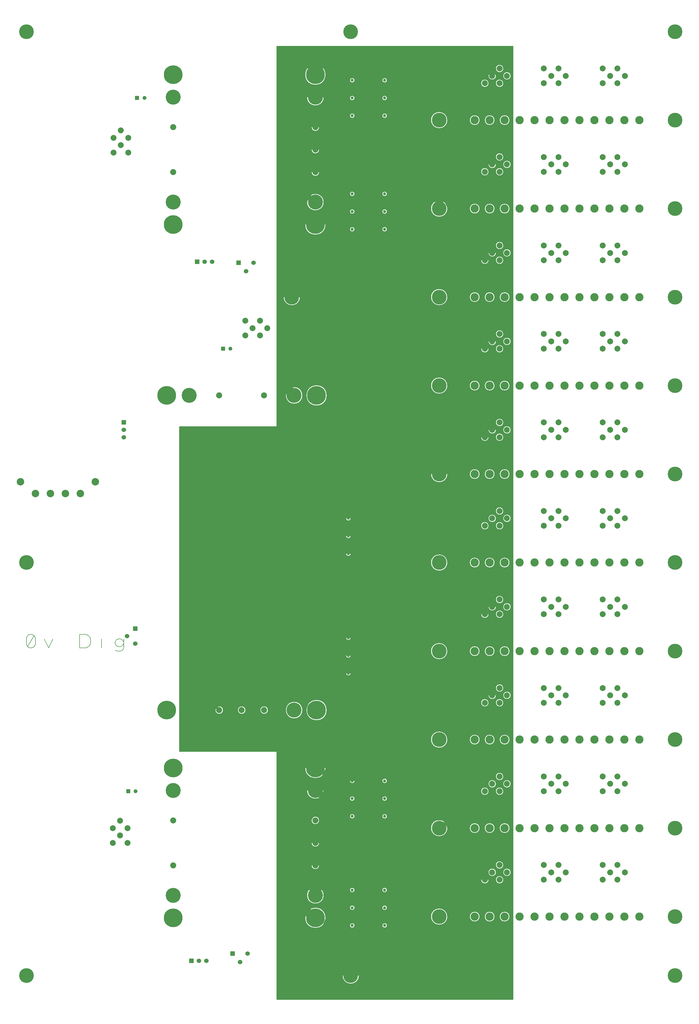
<source format=gbr>
%FSLAX23Y23*%
%MOIN*%
G04 EasyPC Gerber Version 18.0.6 Build 3620 *
%ADD20R,0.05200X0.05200*%
%ADD90R,0.06000X0.06000*%
%ADD16C,0.00500*%
%ADD10C,0.01200*%
%ADD27C,0.04000*%
%ADD21C,0.05200*%
%ADD88C,0.05906*%
%ADD91C,0.06000*%
%ADD23C,0.07874*%
%ADD18C,0.08000*%
%ADD15C,0.10000*%
%ADD96C,0.11000*%
%ADD17C,0.19685*%
%ADD19C,0.20000*%
%ADD89C,0.25000*%
X0Y0D02*
D02*
D10*
X6896Y12801D02*
X3746D01*
Y7723*
X2447*
Y3392*
X3746*
Y85*
X6896*
Y12801*
X2974Y3999D02*
G75*
G02Y3887J-56D01*
G01*
G75*
G02Y3999J56*
G01*
X3274D02*
G75*
G02Y3887J-56D01*
G01*
G75*
G02Y3999J56*
G01*
X3574D02*
G75*
G02Y3887J-56D01*
G01*
G75*
G02Y3999J56*
G01*
X3829Y9455D02*
G75*
G02X4057I114D01*
G01*
G75*
G02X3829I-114*
G01*
X3974Y4059D02*
G75*
G02Y3827J-116D01*
G01*
G75*
G02Y4059J116*
G01*
Y8259D02*
G75*
G02Y8027J-116D01*
G01*
G75*
G02Y8259J116*
G01*
X4117Y1171D02*
G75*
G02X4399I141D01*
G01*
G75*
G02X4117I-141*
G01*
Y3171D02*
G75*
G02X4399I141D01*
G01*
G75*
G02X4117I-141*
G01*
Y10423D02*
G75*
G02X4399I141D01*
G01*
G75*
G02X4117I-141*
G01*
Y12423D02*
G75*
G02X4399I141D01*
G01*
G75*
G02X4117I-141*
G01*
X4142Y1471D02*
G75*
G02X4374I116D01*
G01*
G75*
G02X4142I-116*
G01*
Y2871D02*
G75*
G02X4374I116D01*
G01*
G75*
G02X4142I-116*
G01*
Y10723D02*
G75*
G02X4374I116D01*
G01*
G75*
G02X4142I-116*
G01*
Y12123D02*
G75*
G02X4374I116D01*
G01*
G75*
G02X4142I-116*
G01*
X4202Y1871D02*
G75*
G02X4314I56D01*
G01*
G75*
G02X4202I-56*
G01*
Y2171D02*
G75*
G02X4314I56D01*
G01*
G75*
G02X4202I-56*
G01*
Y2471D02*
G75*
G02X4314I56D01*
G01*
G75*
G02X4202I-56*
G01*
Y11123D02*
G75*
G02X4314I56D01*
G01*
G75*
G02X4202I-56*
G01*
Y11423D02*
G75*
G02X4314I56D01*
G01*
G75*
G02X4202I-56*
G01*
Y11723D02*
G75*
G02X4314I56D01*
G01*
G75*
G02X4202I-56*
G01*
X4274Y4084D02*
G75*
G02Y3802J-141D01*
G01*
G75*
G02Y4084J141*
G01*
Y8284D02*
G75*
G02Y8002J-141D01*
G01*
G75*
G02Y8284J141*
G01*
X4616Y400D02*
G75*
G02X4845I114D01*
G01*
G75*
G02X4616I-114*
G01*
X4663Y4435D02*
G75*
G02X4735I36D01*
G01*
G75*
G02X4663I-36*
G01*
Y4671D02*
G75*
G02X4735I36D01*
G01*
G75*
G02X4663I-36*
G01*
Y4908D02*
G75*
G02X4735I36D01*
G01*
G75*
G02X4663I-36*
G01*
Y6030D02*
G75*
G02X4735I36D01*
G01*
G75*
G02X4663I-36*
G01*
Y6266D02*
G75*
G02X4735I36D01*
G01*
G75*
G02X4663I-36*
G01*
Y6502D02*
G75*
G02X4735I36D01*
G01*
G75*
G02X4663I-36*
G01*
X4714Y1069D02*
G75*
G02X4786I36D01*
G01*
G75*
G02X4714I-36*
G01*
Y1305D02*
G75*
G02X4786I36D01*
G01*
G75*
G02X4714I-36*
G01*
Y1541D02*
G75*
G02X4786I36D01*
G01*
G75*
G02X4714I-36*
G01*
Y2526D02*
G75*
G02X4786I36D01*
G01*
G75*
G02X4714I-36*
G01*
Y2762D02*
G75*
G02X4786I36D01*
G01*
G75*
G02X4714I-36*
G01*
Y2998D02*
G75*
G02X4786I36D01*
G01*
G75*
G02X4714I-36*
G01*
Y10360D02*
G75*
G02X4786I36D01*
G01*
G75*
G02X4714I-36*
G01*
Y10597D02*
G75*
G02X4786I36D01*
G01*
G75*
G02X4714I-36*
G01*
Y10833D02*
G75*
G02X4786I36D01*
G01*
G75*
G02X4714I-36*
G01*
Y11876D02*
G75*
G02X4786I36D01*
G01*
G75*
G02X4714I-36*
G01*
Y12112D02*
G75*
G02X4786I36D01*
G01*
G75*
G02X4714I-36*
G01*
Y12349D02*
G75*
G02X4786I36D01*
G01*
G75*
G02X4714I-36*
G01*
X5147Y1069D02*
G75*
G02X5219I36D01*
G01*
G75*
G02X5147I-36*
G01*
Y1305D02*
G75*
G02X5219I36D01*
G01*
G75*
G02X5147I-36*
G01*
Y1541D02*
G75*
G02X5219I36D01*
G01*
G75*
G02X5147I-36*
G01*
Y2526D02*
G75*
G02X5219I36D01*
G01*
G75*
G02X5147I-36*
G01*
Y2762D02*
G75*
G02X5219I36D01*
G01*
G75*
G02X5147I-36*
G01*
Y2998D02*
G75*
G02X5219I36D01*
G01*
G75*
G02X5147I-36*
G01*
Y10360D02*
G75*
G02X5219I36D01*
G01*
G75*
G02X5147I-36*
G01*
Y10597D02*
G75*
G02X5219I36D01*
G01*
G75*
G02X5147I-36*
G01*
Y10833D02*
G75*
G02X5219I36D01*
G01*
G75*
G02X5147I-36*
G01*
Y11876D02*
G75*
G02X5219I36D01*
G01*
G75*
G02X5147I-36*
G01*
Y12112D02*
G75*
G02X5219I36D01*
G01*
G75*
G02X5147I-36*
G01*
Y12349D02*
G75*
G02X5219I36D01*
G01*
G75*
G02X5147I-36*
G01*
X5797Y1187D02*
G75*
G02X6026I114D01*
G01*
G75*
G02X5797I-114*
G01*
Y2368D02*
G75*
G02X6026I114D01*
G01*
G75*
G02X5797I-114*
G01*
Y3549D02*
G75*
G02X6026I114D01*
G01*
G75*
G02X5797I-114*
G01*
Y4730D02*
G75*
G02X6026I114D01*
G01*
G75*
G02X5797I-114*
G01*
Y5912D02*
G75*
G02X6026I114D01*
G01*
G75*
G02X5797I-114*
G01*
Y7093D02*
G75*
G02X6026I114D01*
G01*
G75*
G02X5797I-114*
G01*
Y8274D02*
G75*
G02X6026I114D01*
G01*
G75*
G02X5797I-114*
G01*
Y9455D02*
G75*
G02X6026I114D01*
G01*
G75*
G02X5797I-114*
G01*
Y10636D02*
G75*
G02X6026I114D01*
G01*
G75*
G02X5797I-114*
G01*
Y11817D02*
G75*
G02X6026I114D01*
G01*
G75*
G02X5797I-114*
G01*
X6386Y1116D02*
G75*
G02Y1258J71D01*
G01*
G75*
G02Y1116J-71*
G01*
Y2297D02*
G75*
G02Y2439J71D01*
G01*
G75*
G02Y2297J-71*
G01*
Y3478D02*
G75*
G02Y3620J71D01*
G01*
G75*
G02Y3478J-71*
G01*
Y4659D02*
G75*
G02Y4801J71D01*
G01*
G75*
G02Y4659J-71*
G01*
Y5841D02*
G75*
G02Y5983J71D01*
G01*
G75*
G02Y5841J-71*
G01*
Y7022D02*
G75*
G02Y7164J71D01*
G01*
G75*
G02Y7022J-71*
G01*
Y8203D02*
G75*
G02Y8345J71D01*
G01*
G75*
G02Y8203J-71*
G01*
Y9384D02*
G75*
G02Y9526J71D01*
G01*
G75*
G02Y9384J-71*
G01*
Y10565D02*
G75*
G02Y10707J71D01*
G01*
G75*
G02Y10565J-71*
G01*
Y11746D02*
G75*
G02Y11888J71D01*
G01*
G75*
G02Y11746J-71*
G01*
X6466Y1679D02*
G75*
G02X6577I55D01*
G01*
G75*
G02X6466I-55*
G01*
Y2860D02*
G75*
G02X6577I55D01*
G01*
G75*
G02X6466I-55*
G01*
Y4041D02*
G75*
G02X6577I55D01*
G01*
G75*
G02X6466I-55*
G01*
Y5223D02*
G75*
G02X6577I55D01*
G01*
G75*
G02X6466I-55*
G01*
Y6404D02*
G75*
G02X6577I55D01*
G01*
G75*
G02X6466I-55*
G01*
Y7585D02*
G75*
G02X6577I55D01*
G01*
G75*
G02X6466I-55*
G01*
Y8766D02*
G75*
G02X6577I55D01*
G01*
G75*
G02X6466I-55*
G01*
Y9947D02*
G75*
G02X6577I55D01*
G01*
G75*
G02X6466I-55*
G01*
Y11128D02*
G75*
G02X6577I55D01*
G01*
G75*
G02X6466I-55*
G01*
Y12309D02*
G75*
G02X6577I55D01*
G01*
G75*
G02X6466I-55*
G01*
X6565Y1778D02*
G75*
G02X6676I55D01*
G01*
G75*
G02X6565I-55*
G01*
Y2959D02*
G75*
G02X6676I55D01*
G01*
G75*
G02X6565I-55*
G01*
Y4140D02*
G75*
G02X6676I55D01*
G01*
G75*
G02X6565I-55*
G01*
Y5321D02*
G75*
G02X6676I55D01*
G01*
G75*
G02X6565I-55*
G01*
Y6502D02*
G75*
G02X6676I55D01*
G01*
G75*
G02X6565I-55*
G01*
Y7683D02*
G75*
G02X6676I55D01*
G01*
G75*
G02X6565I-55*
G01*
Y8864D02*
G75*
G02X6676I55D01*
G01*
G75*
G02X6565I-55*
G01*
Y10045D02*
G75*
G02X6676I55D01*
G01*
G75*
G02X6565I-55*
G01*
Y11226D02*
G75*
G02X6676I55D01*
G01*
G75*
G02X6565I-55*
G01*
Y12408D02*
G75*
G02X6676I55D01*
G01*
G75*
G02X6565I-55*
G01*
X6586Y1116D02*
G75*
G02Y1258J71D01*
G01*
G75*
G02Y1116J-71*
G01*
Y2297D02*
G75*
G02Y2439J71D01*
G01*
G75*
G02Y2297J-71*
G01*
Y3478D02*
G75*
G02Y3620J71D01*
G01*
G75*
G02Y3478J-71*
G01*
Y4659D02*
G75*
G02Y4801J71D01*
G01*
G75*
G02Y4659J-71*
G01*
Y5841D02*
G75*
G02Y5983J71D01*
G01*
G75*
G02Y5841J-71*
G01*
Y7022D02*
G75*
G02Y7164J71D01*
G01*
G75*
G02Y7022J-71*
G01*
Y8203D02*
G75*
G02Y8345J71D01*
G01*
G75*
G02Y8203J-71*
G01*
Y9384D02*
G75*
G02Y9526J71D01*
G01*
G75*
G02Y9384J-71*
G01*
Y10565D02*
G75*
G02Y10707J71D01*
G01*
G75*
G02Y10565J-71*
G01*
Y11746D02*
G75*
G02Y11888J71D01*
G01*
G75*
G02Y11746J-71*
G01*
X6663Y1679D02*
G75*
G02X6774I55D01*
G01*
G75*
G02X6663I-55*
G01*
Y1876D02*
G75*
G02X6774I55D01*
G01*
G75*
G02X6663I-55*
G01*
Y2860D02*
G75*
G02X6774I55D01*
G01*
G75*
G02X6663I-55*
G01*
Y3057D02*
G75*
G02X6774I55D01*
G01*
G75*
G02X6663I-55*
G01*
Y4041D02*
G75*
G02X6774I55D01*
G01*
G75*
G02X6663I-55*
G01*
Y4238D02*
G75*
G02X6774I55D01*
G01*
G75*
G02X6663I-55*
G01*
Y5223D02*
G75*
G02X6774I55D01*
G01*
G75*
G02X6663I-55*
G01*
Y5419D02*
G75*
G02X6774I55D01*
G01*
G75*
G02X6663I-55*
G01*
Y6404D02*
G75*
G02X6774I55D01*
G01*
G75*
G02X6663I-55*
G01*
Y6600D02*
G75*
G02X6774I55D01*
G01*
G75*
G02X6663I-55*
G01*
Y7585D02*
G75*
G02X6774I55D01*
G01*
G75*
G02X6663I-55*
G01*
Y7782D02*
G75*
G02X6774I55D01*
G01*
G75*
G02X6663I-55*
G01*
Y8766D02*
G75*
G02X6774I55D01*
G01*
G75*
G02X6663I-55*
G01*
Y8963D02*
G75*
G02X6774I55D01*
G01*
G75*
G02X6663I-55*
G01*
Y9947D02*
G75*
G02X6774I55D01*
G01*
G75*
G02X6663I-55*
G01*
Y10144D02*
G75*
G02X6774I55D01*
G01*
G75*
G02X6663I-55*
G01*
Y11128D02*
G75*
G02X6774I55D01*
G01*
G75*
G02X6663I-55*
G01*
Y11325D02*
G75*
G02X6774I55D01*
G01*
G75*
G02X6663I-55*
G01*
Y12309D02*
G75*
G02X6774I55D01*
G01*
G75*
G02X6663I-55*
G01*
Y12506D02*
G75*
G02X6774I55D01*
G01*
G75*
G02X6663I-55*
G01*
X6762Y1778D02*
G75*
G02X6872I55D01*
G01*
G75*
G02X6762I-55*
G01*
Y2959D02*
G75*
G02X6872I55D01*
G01*
G75*
G02X6762I-55*
G01*
Y4140D02*
G75*
G02X6872I55D01*
G01*
G75*
G02X6762I-55*
G01*
Y5321D02*
G75*
G02X6872I55D01*
G01*
G75*
G02X6762I-55*
G01*
Y6502D02*
G75*
G02X6872I55D01*
G01*
G75*
G02X6762I-55*
G01*
Y7683D02*
G75*
G02X6872I55D01*
G01*
G75*
G02X6762I-55*
G01*
Y8864D02*
G75*
G02X6872I55D01*
G01*
G75*
G02X6762I-55*
G01*
Y10045D02*
G75*
G02X6872I55D01*
G01*
G75*
G02X6762I-55*
G01*
Y11226D02*
G75*
G02X6872I55D01*
G01*
G75*
G02X6762I-55*
G01*
Y12408D02*
G75*
G02X6872I55D01*
G01*
G75*
G02X6762I-55*
G01*
X6786Y1116D02*
G75*
G02Y1258J71D01*
G01*
G75*
G02Y1116J-71*
G01*
Y2297D02*
G75*
G02Y2439J71D01*
G01*
G75*
G02Y2297J-71*
G01*
Y3478D02*
G75*
G02Y3620J71D01*
G01*
G75*
G02Y3478J-71*
G01*
Y4659D02*
G75*
G02Y4801J71D01*
G01*
G75*
G02Y4659J-71*
G01*
Y5841D02*
G75*
G02Y5983J71D01*
G01*
G75*
G02Y5841J-71*
G01*
Y7022D02*
G75*
G02Y7164J71D01*
G01*
G75*
G02Y7022J-71*
G01*
Y8203D02*
G75*
G02Y8345J71D01*
G01*
G75*
G02Y8203J-71*
G01*
Y9384D02*
G75*
G02Y9526J71D01*
G01*
G75*
G02Y9384J-71*
G01*
Y10565D02*
G75*
G02Y10707J71D01*
G01*
G75*
G02Y10565J-71*
G01*
Y11746D02*
G75*
G02Y11888J71D01*
G01*
G75*
G02Y11746J-71*
G01*
X2447Y3943D02*
G36*
Y3549D01*
X5797*
G75*
G02X6026I114*
G01*
X6315*
G75*
G02X6386Y3620I71*
G01*
G75*
G02X6457Y3549J-71*
G01*
X6515*
G75*
G02X6586Y3620I71*
G01*
G75*
G02X6657Y3549J-71*
G01*
X6715*
G75*
G02X6786Y3620I71*
G01*
G75*
G02X6857Y3549J-71*
G01*
X6896*
Y3943*
X4415*
G75*
G02X4274Y3802I-141*
G01*
G75*
G02X4133Y3943J141*
G01*
X4090*
G75*
G02X3974Y3827I-116*
G01*
G75*
G02X3858Y3943J116*
G01*
X3630*
G75*
G02X3574Y3887I-56*
G01*
G75*
G02X3518Y3943J56*
G01*
X3330*
G75*
G02X3274Y3887I-56*
G01*
G75*
G02X3218Y3943J56*
G01*
X3030*
G75*
G02X2974Y3887I-56*
G01*
G75*
G02X2918Y3943J56*
G01*
X2447*
G37*
X2918D02*
G36*
G75*
G02X2974Y3999I56D01*
G01*
G75*
G02X3030Y3943J-56*
G01*
X3218*
G75*
G02X3274Y3999I56*
G01*
G75*
G02X3330Y3943J-56*
G01*
X3518*
G75*
G02X3574Y3999I56*
G01*
G75*
G02X3630Y3943J-56*
G01*
X3858*
G75*
G02X3912Y4041I116*
G01*
X2447*
Y3943*
X2918*
G37*
X4133D02*
G36*
G75*
G02X4173Y4041I141J0D01*
G01*
X4035*
G75*
G02X4090Y3943I-61J-98*
G01*
X4133*
G37*
X6896D02*
G36*
Y4041D01*
X6774*
G75*
G02X6663I-55*
G01*
X6577*
G75*
G02X6466I-55*
G01*
X4375*
G75*
G02X4415Y3943I-101J-98*
G01*
X6896*
G37*
X3746Y9455D02*
G36*
Y8963D01*
X6663*
G75*
G02X6774I55*
G01*
X6896*
Y9455*
X6857*
G75*
G02X6786Y9384I-71*
G01*
G75*
G02X6715Y9455J71*
G01*
X6657*
G75*
G02X6586Y9384I-71*
G01*
G75*
G02X6515Y9455J71*
G01*
X6457*
G75*
G02X6386Y9384I-71*
G01*
G75*
G02X6315Y9455J71*
G01*
X6026*
G75*
G02X5797I-114*
G01*
X4057*
G75*
G02X3829I-114*
G01*
X3746*
G37*
X3829D02*
G36*
G75*
G02X4057I114D01*
G01*
X5797*
G75*
G02X6026I114*
G01*
X6315*
G75*
G02X6386Y9526I71*
G01*
G75*
G02X6457Y9455J-71*
G01*
X6515*
G75*
G02X6586Y9526I71*
G01*
G75*
G02X6657Y9455J-71*
G01*
X6715*
G75*
G02X6786Y9526I71*
G01*
G75*
G02X6857Y9455J-71*
G01*
X6896*
Y9947*
X6774*
G75*
G02X6663I-55*
G01*
X6577*
G75*
G02X6466I-55*
G01*
X3746*
Y9455*
X3829*
G37*
X3746Y8143D02*
G36*
Y7782D01*
X6663*
G75*
G02X6774I55*
G01*
X6896*
Y8143*
X4415*
G75*
G02X4274Y8002I-141*
G01*
G75*
G02X4133Y8143J141*
G01*
X4090*
G75*
G02X3974Y8027I-116*
G01*
G75*
G02X3858Y8143J116*
G01*
X3746*
G37*
X3858D02*
G36*
G75*
G02X3974Y8259I116D01*
G01*
G75*
G02X4090Y8143J-116*
G01*
X4133*
G75*
G02X4221Y8274I141*
G01*
X3746*
Y8143*
X3858*
G37*
X6896D02*
G36*
Y8274D01*
X6857*
G75*
G02X6786Y8203I-71*
G01*
G75*
G02X6715Y8274J71*
G01*
X6657*
G75*
G02X6586Y8203I-71*
G01*
G75*
G02X6515Y8274J71*
G01*
X6457*
G75*
G02X6386Y8203I-71*
G01*
G75*
G02X6315Y8274J71*
G01*
X6026*
G75*
G02X5797I-114*
G01*
X4327*
G75*
G02X4415Y8143I-53J-131*
G01*
X6896*
G37*
X3746Y1171D02*
G36*
Y1069D01*
X4161*
G75*
G02X4117Y1171I97J102*
G01*
X3746*
G37*
X4117D02*
G36*
G75*
G02X4214Y1305I141D01*
G01*
X3746*
Y1171*
X4117*
G37*
X4399D02*
G36*
G75*
G02X4355Y1069I-141D01*
G01*
X4714*
G75*
G02X4786I36*
G01*
X5147*
G75*
G02X5219I36*
G01*
X6896*
Y1171*
X6856*
G75*
G02X6786Y1116I-69J16*
G01*
G75*
G02X6717Y1171J71*
G01*
X6656*
G75*
G02X6586Y1116I-69J16*
G01*
G75*
G02X6517Y1171J71*
G01*
X6456*
G75*
G02X6386Y1116I-69J16*
G01*
G75*
G02X6317Y1171J71*
G01*
X6025*
G75*
G02X5798I-113J16*
G01*
X4399*
G37*
X5798D02*
G36*
G75*
G02X5797Y1187I113J16D01*
G01*
G75*
G02X6026I114*
G01*
G75*
G02X6025Y1171I-114J0*
G01*
X6317*
G75*
G02X6386Y1258I69J16*
G01*
G75*
G02X6456Y1171J-71*
G01*
X6517*
G75*
G02X6586Y1258I69J16*
G01*
G75*
G02X6656Y1171J-71*
G01*
X6717*
G75*
G02X6786Y1258I69J16*
G01*
G75*
G02X6856Y1171J-71*
G01*
X6896*
Y1305*
X5219*
G75*
G02X5147I-36*
G01*
X4786*
G75*
G02X4714I-36*
G01*
X4302*
G75*
G02X4399Y1171I-44J-134*
G01*
X5798*
G37*
X3746Y3171D02*
G36*
Y3057D01*
X4175*
G75*
G02X4117Y3171I83J114*
G01*
X3746*
G37*
X4117D02*
G36*
G75*
G02X4399I141D01*
G01*
X6896*
Y3549*
X6857*
G75*
G02X6786Y3478I-71*
G01*
G75*
G02X6715Y3549J71*
G01*
X6657*
G75*
G02X6586Y3478I-71*
G01*
G75*
G02X6515Y3549J71*
G01*
X6457*
G75*
G02X6386Y3478I-71*
G01*
G75*
G02X6315Y3549J71*
G01*
X6026*
G75*
G02X5797I-114*
G01*
X2447*
Y3392*
X3746*
Y3171*
X4117*
G37*
X4399D02*
G36*
G75*
G02X4341Y3057I-141D01*
G01*
X6663*
G75*
G02X6774I55*
G01*
X6896*
Y3171*
X4399*
G37*
X3746Y10423D02*
G36*
Y10360D01*
X4132*
G75*
G02X4117Y10423I126J63*
G01*
X3746*
G37*
X4117D02*
G36*
G75*
G02X4399I141D01*
G01*
X6896*
Y10597*
X6845*
G75*
G02X6786Y10565I-59J39*
G01*
G75*
G02X6727Y10597J71*
G01*
X6645*
G75*
G02X6586Y10565I-59J39*
G01*
G75*
G02X6527Y10597J71*
G01*
X6445*
G75*
G02X6386Y10565I-59J39*
G01*
G75*
G02X6327Y10597J71*
G01*
X6019*
G75*
G02X5804I-107J39*
G01*
X5219*
G75*
G02X5147I-36*
G01*
X4786*
G75*
G02X4714I-36*
G01*
X3746*
Y10423*
X4117*
G37*
X4399D02*
G36*
G75*
G02X4384Y10360I-141J0D01*
G01*
X4714*
G75*
G02X4786I36*
G01*
X5147*
G75*
G02X5219I36*
G01*
X6896*
Y10423*
X4399*
G37*
X3746Y12423D02*
G36*
Y12349D01*
X4138*
G75*
G02X4117Y12423I120J75*
G01*
X3746*
G37*
X4117D02*
G36*
G75*
G02X4144Y12506I141D01*
G01*
X3746*
Y12423*
X4117*
G37*
X4399D02*
G36*
G75*
G02X4377Y12349I-141J0D01*
G01*
X4714*
G75*
G02X4786I36*
G01*
X5147*
G75*
G02X5219I36*
G01*
X6483*
G75*
G02X6561I39J-39*
G01*
X6680*
G75*
G02X6758I39J-39*
G01*
X6896*
Y12423*
X6870*
G75*
G02X6872Y12408I-53J-16*
G01*
G75*
G02X6762I-55*
G01*
G75*
G02X6764Y12423I55*
G01*
X6673*
G75*
G02X6676Y12408I-53J-16*
G01*
G75*
G02X6565I-55*
G01*
G75*
G02X6567Y12423I55*
G01*
X4399*
G37*
X6567D02*
G36*
G75*
G02X6673I53J-16D01*
G01*
X6764*
G75*
G02X6870I53J-16*
G01*
X6896*
Y12506*
X6774*
G75*
G02X6663I-55*
G01*
X4372*
G75*
G02X4399Y12423I-114J-83*
G01*
X6567*
G37*
X3746Y1471D02*
G36*
Y1305D01*
X4214*
G75*
G02X4302I44J-134*
G01*
X4714*
G75*
G02X4786I36*
G01*
X5147*
G75*
G02X5219I36*
G01*
X6896*
Y1471*
X4374*
G75*
G02X4142I-116*
G01*
X3746*
G37*
X4142D02*
G36*
G75*
G02X4166Y1541I116J0D01*
G01*
X3746*
Y1471*
X4142*
G37*
X6896D02*
G36*
Y1541D01*
X5219*
G75*
G02X5147I-36*
G01*
X4786*
G75*
G02X4714I-36*
G01*
X4350*
G75*
G02X4374Y1471I-92J-70*
G01*
X6896*
G37*
X3746Y2871D02*
G36*
Y2762D01*
X4220*
G75*
G02X4142Y2871I38J109*
G01*
X3746*
G37*
X4142D02*
G36*
G75*
G02X4374I116D01*
G01*
X6467*
G75*
G02X6576I54J-11*
G01*
X6664*
G75*
G02X6773I54J-11*
G01*
X6896*
Y2998*
X6856*
G75*
G02X6872Y2959I-39J-39*
G01*
G75*
G02X6762I-55*
G01*
G75*
G02X6778Y2998I55*
G01*
X6659*
G75*
G02X6676Y2959I-39J-39*
G01*
G75*
G02X6565I-55*
G01*
G75*
G02X6581Y2998I55*
G01*
X5219*
G75*
G02X5147I-36*
G01*
X4786*
G75*
G02X4714I-36*
G01*
X3746*
Y2871*
X4142*
G37*
X4374D02*
G36*
G75*
G02X4296Y2762I-116D01*
G01*
X4714*
G75*
G02X4786I36*
G01*
X5147*
G75*
G02X5219I36*
G01*
X6896*
Y2871*
X6773*
G75*
G02X6774Y2860I-54J-11*
G01*
G75*
G02X6663I-55*
G01*
G75*
G02X6664Y2871I55J0*
G01*
X6576*
G75*
G02X6577Y2860I-54J-11*
G01*
G75*
G02X6466I-55*
G01*
G75*
G02X6467Y2871I55J0*
G01*
X4374*
G37*
X3746Y10723D02*
G36*
Y10597D01*
X4714*
G75*
G02X4786I36*
G01*
X5147*
G75*
G02X5219I36*
G01*
X5804*
G75*
G02X5797Y10636I107J39*
G01*
G75*
G02X5838Y10723I114*
G01*
X4374*
G75*
G02X4142I-116*
G01*
X3746*
G37*
X4142D02*
G36*
G75*
G02X4220Y10833I116D01*
G01*
X3746*
Y10723*
X4142*
G37*
X5838D02*
G36*
G75*
G02X5985I74J-87D01*
G01*
X6896*
Y10833*
X5219*
G75*
G02X5147I-36*
G01*
X4786*
G75*
G02X4714I-36*
G01*
X4296*
G75*
G02X4374Y10723I-38J-109*
G01*
X5838*
G37*
X5985D02*
G36*
G75*
G02X6026Y10636I-74J-87D01*
G01*
G75*
G02X6019Y10597I-114J0*
G01*
X6327*
G75*
G02X6386Y10707I59J39*
G01*
G75*
G02X6445Y10597J-71*
G01*
X6527*
G75*
G02X6586Y10707I59J39*
G01*
G75*
G02X6645Y10597J-71*
G01*
X6727*
G75*
G02X6786Y10707I59J39*
G01*
G75*
G02X6845Y10597J-71*
G01*
X6896*
Y10723*
X5985*
G37*
X3746Y12123D02*
G36*
Y11876D01*
X4714*
G75*
G02X4786I36*
G01*
X5147*
G75*
G02X5219I36*
G01*
X5814*
G75*
G02X6010I98J-59*
G01*
X6347*
G75*
G02X6386Y11888I39J-59*
G01*
G75*
G02X6426Y11876J-71*
G01*
X6547*
G75*
G02X6586Y11888I39J-59*
G01*
G75*
G02X6626Y11876J-71*
G01*
X6747*
G75*
G02X6786Y11888I39J-59*
G01*
G75*
G02X6826Y11876J-71*
G01*
X6896*
Y12123*
X5217*
G75*
G02X5219Y12112I-34J-11*
G01*
G75*
G02X5147I-36*
G01*
G75*
G02X5149Y12123I36J0*
G01*
X4784*
G75*
G02X4786Y12112I-34J-11*
G01*
G75*
G02X4714I-36*
G01*
G75*
G02X4716Y12123I36J0*
G01*
X4374*
G75*
G02X4142I-116*
G01*
X3746*
G37*
X4142D02*
G36*
G75*
G02X4374I116D01*
G01*
X4716*
G75*
G02X4784I34J-11*
G01*
X5149*
G75*
G02X5217I34J-11*
G01*
X6896*
Y12349*
X6758*
G75*
G02X6774Y12309I-39J-39*
G01*
G75*
G02X6663I-55*
G01*
G75*
G02X6680Y12349I55*
G01*
X6561*
G75*
G02X6577Y12309I-39J-39*
G01*
G75*
G02X6466I-55*
G01*
G75*
G02X6483Y12349I55*
G01*
X5219*
G75*
G02X5147I-36*
G01*
X4786*
G75*
G02X4714I-36*
G01*
X4377*
G75*
G02X4138I-120J75*
G01*
X3746*
Y12123*
X4142*
G37*
X3746Y1871D02*
G36*
Y1778D01*
X6565*
G75*
G02X6676I55*
G01*
X6762*
G75*
G02X6872I55*
G01*
X6896*
Y1871*
X6774*
G75*
G02X6663I-55J5*
G01*
X4314*
G75*
G02X4202I-56*
G01*
X3746*
G37*
X4202D02*
G36*
G75*
G02X4314I56D01*
G01*
X6663*
G75*
G02X6663Y1876I55J5*
G01*
G75*
G02X6774I55*
G01*
G75*
G02X6774Y1871I-55J0*
G01*
X6896*
Y2171*
X4314*
G75*
G02X4202I-56*
G01*
X3746*
Y1871*
X4202*
G37*
Y2171D02*
G36*
G75*
G02X4314I56D01*
G01*
X6896*
Y2368*
X6857*
G75*
G02X6786Y2297I-71*
G01*
G75*
G02X6715Y2368J71*
G01*
X6657*
G75*
G02X6586Y2297I-71*
G01*
G75*
G02X6515Y2368J71*
G01*
X6457*
G75*
G02X6386Y2297I-71*
G01*
G75*
G02X6315Y2368J71*
G01*
X6026*
G75*
G02X5797I-114*
G01*
X3746*
Y2171*
X4202*
G37*
X3746Y2471D02*
G36*
Y2368D01*
X5797*
G75*
G02X5862Y2471I114*
G01*
X4314*
G75*
G02X4202I-56*
G01*
X3746*
G37*
X4202D02*
G36*
G75*
G02X4244Y2526I56D01*
G01*
X3746*
Y2471*
X4202*
G37*
X5862D02*
G36*
G75*
G02X5961I50J-103D01*
G01*
X6896*
Y2526*
X5219*
G75*
G02X5147I-36*
G01*
X4786*
G75*
G02X4714I-36*
G01*
X4272*
G75*
G02X4314Y2471I-14J-54*
G01*
X5862*
G37*
X5961D02*
G36*
G75*
G02X6026Y2368I-50J-103D01*
G01*
X6315*
G75*
G02X6386Y2439I71*
G01*
G75*
G02X6457Y2368J-71*
G01*
X6515*
G75*
G02X6586Y2439I71*
G01*
G75*
G02X6657Y2368J-71*
G01*
X6715*
G75*
G02X6786Y2439I71*
G01*
G75*
G02X6857Y2368J-71*
G01*
X6896*
Y2471*
X5961*
G37*
X3746Y11123D02*
G36*
Y10833D01*
X4220*
G75*
G02X4296I38J-109*
G01*
X4714*
G75*
G02X4786I36*
G01*
X5147*
G75*
G02X5219I36*
G01*
X6896*
Y11123*
X6774*
G75*
G02X6663I-55J5*
G01*
X6577*
G75*
G02X6467I-55J5*
G01*
X4314*
G75*
G02X4202I-56*
G01*
X3746*
G37*
X4202D02*
G36*
G75*
G02X4314I56D01*
G01*
X6467*
G75*
G02X6466Y11128I55J5*
G01*
G75*
G02X6577I55*
G01*
G75*
G02X6577Y11123I-55J0*
G01*
X6663*
G75*
G02X6663Y11128I55J5*
G01*
G75*
G02X6774I55*
G01*
G75*
G02X6774Y11123I-55J0*
G01*
X6896*
Y11226*
X6872*
G75*
G02X6762I-55*
G01*
X6676*
G75*
G02X6565I-55*
G01*
X3746*
Y11123*
X4202*
G37*
X3746Y11423D02*
G36*
Y11325D01*
X6663*
G75*
G02X6774I55*
G01*
X6896*
Y11423*
X4314*
G75*
G02X4202I-56*
G01*
X3746*
G37*
X4202D02*
G36*
G75*
G02X4314I56D01*
G01*
X6896*
Y11723*
X5977*
G75*
G02X5846I-66J94*
G01*
X4314*
G75*
G02X4202I-56*
G01*
X3746*
Y11423*
X4202*
G37*
Y11723D02*
G36*
G75*
G02X4314I56D01*
G01*
X5846*
G75*
G02X5797Y11817I66J94*
G01*
G75*
G02X5814Y11876I114*
G01*
X5219*
G75*
G02X5147I-36*
G01*
X4786*
G75*
G02X4714I-36*
G01*
X3746*
Y11723*
X4202*
G37*
X6896D02*
G36*
Y11876D01*
X6826*
G75*
G02X6786Y11746I-39J-59*
G01*
G75*
G02X6747Y11876J71*
G01*
X6626*
G75*
G02X6586Y11746I-39J-59*
G01*
G75*
G02X6547Y11876J71*
G01*
X6426*
G75*
G02X6386Y11746I-39J-59*
G01*
G75*
G02X6347Y11876J71*
G01*
X6010*
G75*
G02X6026Y11817I-98J-59*
G01*
G75*
G02X5977Y11723I-114*
G01*
X6896*
G37*
X3746Y400D02*
G36*
Y85D01*
X6896*
Y400*
X4845*
G75*
G02X4616I-114*
G01*
X3746*
G37*
X4616D02*
G36*
G75*
G02X4845I114D01*
G01*
X6896*
Y1069*
X5219*
G75*
G02X5147I-36*
G01*
X4786*
G75*
G02X4714I-36*
G01*
X4355*
G75*
G02X4161I-97J102*
G01*
X3746*
Y400*
X4616*
G37*
X2447Y4435D02*
G36*
Y4238D01*
X6663*
G75*
G02X6774I55*
G01*
X6896*
Y4435*
X4735*
G75*
G02X4663I-36*
G01*
X2447*
G37*
X4663D02*
G36*
G75*
G02X4735I36D01*
G01*
X6896*
Y4671*
X6826*
G75*
G02X6786Y4659I-39J59*
G01*
G75*
G02X6747Y4671J71*
G01*
X6626*
G75*
G02X6586Y4659I-39J59*
G01*
G75*
G02X6547Y4671J71*
G01*
X6426*
G75*
G02X6386Y4659I-39J59*
G01*
G75*
G02X6347Y4671J71*
G01*
X6010*
G75*
G02X5814I-98J59*
G01*
X4735*
G75*
G02X4663I-36*
G01*
X2447*
Y4435*
X4663*
G37*
Y4671D02*
G36*
G75*
G02X4735I36D01*
G01*
X5814*
G75*
G02X5797Y4730I98J59*
G01*
G75*
G02X6026I114*
G01*
G75*
G02X6010Y4671I-114*
G01*
X6347*
G75*
G02X6386Y4801I39J59*
G01*
G75*
G02X6426Y4671J-71*
G01*
X6547*
G75*
G02X6586Y4801I39J59*
G01*
G75*
G02X6626Y4671J-71*
G01*
X6747*
G75*
G02X6786Y4801I39J59*
G01*
G75*
G02X6826Y4671J-71*
G01*
X6896*
Y4908*
X4735*
G75*
G02X4663I-36*
G01*
X2447*
Y4671*
X4663*
G37*
Y4908D02*
G36*
G75*
G02X4735I36D01*
G01*
X6896*
Y5223*
X6774*
G75*
G02X6663I-55*
G01*
X6577*
G75*
G02X6466I-55*
G01*
X2447*
Y4908*
X4663*
G37*
X2447Y6030D02*
G36*
Y5912D01*
X5797*
G75*
G02X6026I114*
G01*
X6315*
G75*
G02X6386Y5983I71*
G01*
G75*
G02X6457Y5912J-71*
G01*
X6515*
G75*
G02X6586Y5983I71*
G01*
G75*
G02X6657Y5912J-71*
G01*
X6715*
G75*
G02X6786Y5983I71*
G01*
G75*
G02X6857Y5912J-71*
G01*
X6896*
Y6030*
X4735*
G75*
G02X4663I-36*
G01*
X2447*
G37*
X4663D02*
G36*
G75*
G02X4735I36D01*
G01*
X6896*
Y6266*
X4735*
G75*
G02X4663I-36*
G01*
X2447*
Y6030*
X4663*
G37*
Y6266D02*
G36*
G75*
G02X4735I36D01*
G01*
X6896*
Y6404*
X6774*
G75*
G02X6663I-55*
G01*
X6577*
G75*
G02X6466I-55*
G01*
X2447*
Y6266*
X4663*
G37*
X2447Y6502D02*
G36*
Y6404D01*
X6466*
G75*
G02X6577I55*
G01*
X6663*
G75*
G02X6774I55*
G01*
X6896*
Y6502*
X6872*
G75*
G02X6762I-55*
G01*
X6676*
G75*
G02X6565I-55*
G01*
X4735*
G75*
G02X4663I-36*
G01*
X2447*
G37*
X4663D02*
G36*
G75*
G02X4735I36D01*
G01*
X6565*
G75*
G02X6676I55*
G01*
X6762*
G75*
G02X6872I55*
G01*
X6896*
Y6600*
X6774*
G75*
G02X6663I-55*
G01*
X2447*
Y6502*
X4663*
G37*
X4166Y1541D02*
G36*
G75*
G02X4350I92J-70D01*
G01*
X4714*
G75*
G02X4786I36*
G01*
X5147*
G75*
G02X5219I36*
G01*
X6896*
Y1679*
X6774*
G75*
G02X6663I-55*
G01*
X6577*
G75*
G02X6466I-55*
G01*
X3746*
Y1541*
X4166*
G37*
X4244Y2526D02*
G36*
G75*
G02X4272I14J-54D01*
G01*
X4714*
G75*
G02X4786I36*
G01*
X5147*
G75*
G02X5219I36*
G01*
X6896*
Y2762*
X5219*
G75*
G02X5147I-36*
G01*
X4786*
G75*
G02X4714I-36*
G01*
X4296*
G75*
G02X4220I-38J109*
G01*
X3746*
Y2526*
X4244*
G37*
X4714Y2998D02*
G36*
G75*
G02X4786I36D01*
G01*
X5147*
G75*
G02X5219I36*
G01*
X6581*
G75*
G02X6659I39J-39*
G01*
X6778*
G75*
G02X6856I39J-39*
G01*
X6896*
Y3057*
X6774*
G75*
G02X6663I-55*
G01*
X4341*
G75*
G02X4175I-83J114*
G01*
X3746*
Y2998*
X4714*
G37*
X3746Y10360D02*
G36*
Y10144D01*
X6663*
G75*
G02X6774I55*
G01*
X6896*
Y10360*
X5219*
G75*
G02X5147I-36*
G01*
X4786*
G75*
G02X4714I-36*
G01*
X4384*
G75*
G02X4132I-126J63*
G01*
X3746*
G37*
X2447Y5912D02*
G36*
Y5419D01*
X6663*
G75*
G02X6774I55*
G01*
X6896*
Y5912*
X6857*
G75*
G02X6786Y5841I-71*
G01*
G75*
G02X6715Y5912J71*
G01*
X6657*
G75*
G02X6586Y5841I-71*
G01*
G75*
G02X6515Y5912J71*
G01*
X6457*
G75*
G02X6386Y5841I-71*
G01*
G75*
G02X6315Y5912J71*
G01*
X6026*
G75*
G02X5797I-114*
G01*
X2447*
G37*
Y7093D02*
G36*
Y6600D01*
X6663*
G75*
G02X6774I55*
G01*
X6896*
Y7093*
X6857*
G75*
G02X6786Y7022I-71*
G01*
G75*
G02X6715Y7093J71*
G01*
X6657*
G75*
G02X6586Y7022I-71*
G01*
G75*
G02X6515Y7093J71*
G01*
X6457*
G75*
G02X6386Y7022I-71*
G01*
G75*
G02X6315Y7093J71*
G01*
X6026*
G75*
G02X5797I-114*
G01*
X2447*
G37*
X5797D02*
G36*
G75*
G02X6026I114D01*
G01*
X6315*
G75*
G02X6386Y7164I71*
G01*
G75*
G02X6457Y7093J-71*
G01*
X6515*
G75*
G02X6586Y7164I71*
G01*
G75*
G02X6657Y7093J-71*
G01*
X6715*
G75*
G02X6786Y7164I71*
G01*
G75*
G02X6857Y7093J-71*
G01*
X6896*
Y7585*
X6774*
G75*
G02X6663I-55*
G01*
X6577*
G75*
G02X6466I-55*
G01*
X2447*
Y7093*
X5797*
G37*
X4221Y8274D02*
G36*
G75*
G02X4274Y8284I53J-131D01*
G01*
G75*
G02X4327Y8274J-141*
G01*
X5797*
G75*
G02X6026I114*
G01*
X6315*
G75*
G02X6386Y8345I71*
G01*
G75*
G02X6457Y8274J-71*
G01*
X6515*
G75*
G02X6586Y8345I71*
G01*
G75*
G02X6657Y8274J-71*
G01*
X6715*
G75*
G02X6786Y8345I71*
G01*
G75*
G02X6857Y8274J-71*
G01*
X6896*
Y8766*
X6774*
G75*
G02X6663I-55*
G01*
X6577*
G75*
G02X6466I-55*
G01*
X3746*
Y8274*
X4221*
G37*
X6466Y1679D02*
G36*
G75*
G02X6577I55D01*
G01*
X6663*
G75*
G02X6774I55*
G01*
X6896*
Y1778*
X6872*
G75*
G02X6762I-55*
G01*
X6676*
G75*
G02X6565I-55*
G01*
X3746*
Y1679*
X6466*
G37*
X3912Y4041D02*
G36*
G75*
G02X3974Y4059I61J-98D01*
G01*
G75*
G02X4035Y4041I0J-116*
G01*
X4173*
G75*
G02X4274Y4084I101J-98*
G01*
G75*
G02X4375Y4041J-141*
G01*
X6466*
G75*
G02X6577I55*
G01*
X6663*
G75*
G02X6774I55*
G01*
X6896*
Y4140*
X6872*
G75*
G02X6762I-55*
G01*
X6676*
G75*
G02X6565I-55*
G01*
X2447*
Y4041*
X3912*
G37*
X6466Y5223D02*
G36*
G75*
G02X6577I55D01*
G01*
X6663*
G75*
G02X6774I55*
G01*
X6896*
Y5321*
X6872*
G75*
G02X6762I-55*
G01*
X6676*
G75*
G02X6565I-55*
G01*
X2447*
Y5223*
X6466*
G37*
Y7585D02*
G36*
G75*
G02X6577I55D01*
G01*
X6663*
G75*
G02X6774I55*
G01*
X6896*
Y7683*
X6872*
G75*
G02X6762I-55*
G01*
X6676*
G75*
G02X6565I-55*
G01*
X2447*
Y7585*
X6466*
G37*
Y8766D02*
G36*
G75*
G02X6577I55D01*
G01*
X6663*
G75*
G02X6774I55*
G01*
X6896*
Y8864*
X6872*
G75*
G02X6762I-55*
G01*
X6676*
G75*
G02X6565I-55*
G01*
X3746*
Y8766*
X6466*
G37*
Y9947D02*
G36*
G75*
G02X6577I55D01*
G01*
X6663*
G75*
G02X6774I55*
G01*
X6896*
Y10045*
X6872*
G75*
G02X6762I-55*
G01*
X6676*
G75*
G02X6565I-55*
G01*
X3746*
Y9947*
X6466*
G37*
X6565Y4140D02*
G36*
G75*
G02X6676I55D01*
G01*
X6762*
G75*
G02X6872I55*
G01*
X6896*
Y4238*
X6774*
G75*
G02X6663I-55*
G01*
X2447*
Y4140*
X6565*
G37*
Y5321D02*
G36*
G75*
G02X6676I55D01*
G01*
X6762*
G75*
G02X6872I55*
G01*
X6896*
Y5419*
X6774*
G75*
G02X6663I-55*
G01*
X2447*
Y5321*
X6565*
G37*
Y7683D02*
G36*
G75*
G02X6676I55D01*
G01*
X6762*
G75*
G02X6872I55*
G01*
X6896*
Y7782*
X6774*
G75*
G02X6663I-55*
G01*
X3746*
Y7723*
X2447*
Y7683*
X6565*
G37*
Y8864D02*
G36*
G75*
G02X6676I55D01*
G01*
X6762*
G75*
G02X6872I55*
G01*
X6896*
Y8963*
X6774*
G75*
G02X6663I-55*
G01*
X3746*
Y8864*
X6565*
G37*
Y10045D02*
G36*
G75*
G02X6676I55D01*
G01*
X6762*
G75*
G02X6872I55*
G01*
X6896*
Y10144*
X6774*
G75*
G02X6663I-55*
G01*
X3746*
Y10045*
X6565*
G37*
Y11226D02*
G36*
G75*
G02X6676I55D01*
G01*
X6762*
G75*
G02X6872I55*
G01*
X6896*
Y11325*
X6774*
G75*
G02X6663I-55*
G01*
X3746*
Y11226*
X6565*
G37*
X4144Y12506D02*
G36*
G75*
G02X4372I114J-83D01*
G01*
X6663*
G75*
G02X6774I55*
G01*
X6896*
Y12801*
X3746*
Y12506*
X4144*
G37*
D02*
D15*
X318Y6990D03*
X518Y6833D03*
X718D03*
X918D03*
X1118D03*
X1318Y6990D03*
D02*
D16*
X414Y4789D02*
X444Y4775D01*
X474*
X503Y4789*
X518Y4819*
Y4908*
X503Y4937*
X474Y4952*
X444*
X414Y4937*
X400Y4908*
Y4819*
X414Y4789*
X503Y4937*
X636Y4893D02*
X695Y4775D01*
X754Y4893*
X1108Y4775D02*
Y4952D01*
X1197*
X1226Y4937*
X1241Y4922*
X1256Y4893*
Y4834*
X1241Y4804*
X1226Y4789*
X1197Y4775*
X1108*
X1404D02*
Y4893D01*
Y4937D02*
X1699Y4849*
X1684Y4878D01*
X1655Y4893*
X1625*
X1596Y4878*
X1581Y4849*
Y4834*
X1596Y4804*
X1625Y4789*
X1655*
X1684Y4804*
X1699Y4834*
Y4893D02*
Y4775D01*
X1684Y4745*
X1655Y4730*
X1610*
X1581Y4745*
D02*
D17*
X400Y400D03*
Y5912D03*
Y12998D03*
X3943Y9455D03*
X4730Y400D03*
Y12998D03*
X5912Y1187D03*
Y2368D03*
Y3549D03*
Y4730D03*
Y5912D03*
Y7093D03*
Y8274D03*
Y9455D03*
Y10636D03*
Y11817D03*
X9061Y400D03*
Y1187D03*
Y2368D03*
Y3549D03*
Y4730D03*
Y5912D03*
Y7093D03*
Y8274D03*
Y9455D03*
Y10636D03*
Y11817D03*
Y12998D03*
D02*
D18*
X2358Y1871D03*
Y2471D03*
Y11123D03*
Y11723D03*
X2974Y3943D03*
Y8143D03*
X3274Y3943D03*
X3574D03*
Y8143D03*
X4258Y1871D03*
Y2171D03*
Y2471D03*
Y11123D03*
Y11423D03*
Y11723D03*
D02*
D19*
X2358Y1471D03*
Y2871D03*
Y10723D03*
Y12123D03*
X2574Y3943D03*
Y8143D03*
X3974Y3943D03*
Y8143D03*
X4258Y1471D03*
Y2871D03*
Y10723D03*
Y12123D03*
D02*
D20*
X1758Y2860D03*
X1877Y12112D03*
X3026Y8766D03*
D02*
D21*
X1856Y2860D03*
X1975Y12112D03*
X3124Y8766D03*
D02*
D23*
X1551Y2171D03*
Y2368D03*
X1561Y11384D03*
Y11581D03*
X1650Y2270D03*
Y2467D03*
X1660Y11482D03*
Y11679D03*
X1748Y2171D03*
Y2368D03*
X1758Y11384D03*
Y11581D03*
X3321Y8943D03*
Y9140D03*
X3420Y9041D03*
X3518Y8943D03*
Y9140D03*
X3616Y9041D03*
X6522Y1679D03*
Y1876D03*
Y2860D03*
Y3057D03*
Y4041D03*
Y4238D03*
Y5223D03*
Y5419D03*
Y6404D03*
Y6600D03*
Y7585D03*
Y7782D03*
Y8766D03*
Y8963D03*
Y9947D03*
Y10144D03*
Y11128D03*
Y11325D03*
Y12309D03*
Y12506D03*
X6620Y1778D03*
Y2959D03*
Y4140D03*
Y5321D03*
Y6502D03*
Y7683D03*
Y8864D03*
Y10045D03*
Y11226D03*
Y12408D03*
X6719Y1679D03*
Y1876D03*
Y2860D03*
Y3057D03*
Y4041D03*
Y4238D03*
Y5223D03*
Y5419D03*
Y6404D03*
Y6600D03*
Y7585D03*
Y7782D03*
Y8766D03*
Y8963D03*
Y9947D03*
Y10144D03*
Y11128D03*
Y11325D03*
Y12309D03*
Y12506D03*
X6817Y1778D03*
Y2959D03*
Y4140D03*
Y5321D03*
Y6502D03*
Y7683D03*
Y8864D03*
Y10045D03*
Y11226D03*
Y12408D03*
X7309Y1679D03*
Y1876D03*
Y2860D03*
Y3057D03*
Y4041D03*
Y4238D03*
Y5223D03*
Y5419D03*
Y6404D03*
Y6600D03*
Y7585D03*
Y7782D03*
Y8766D03*
Y8963D03*
Y9947D03*
Y10144D03*
Y11128D03*
Y11325D03*
Y12309D03*
Y12506D03*
X7408Y1778D03*
Y2959D03*
Y4140D03*
Y5321D03*
Y6502D03*
Y7683D03*
Y8864D03*
Y10045D03*
Y11226D03*
Y12408D03*
X7506Y1679D03*
Y1876D03*
Y2860D03*
Y3057D03*
Y4041D03*
Y4238D03*
Y5223D03*
Y5419D03*
Y6404D03*
Y6600D03*
Y7585D03*
Y7782D03*
Y8766D03*
Y8963D03*
Y9947D03*
Y10144D03*
Y11128D03*
Y11325D03*
Y12309D03*
Y12506D03*
X7604Y1778D03*
Y2959D03*
Y4140D03*
Y5321D03*
Y6502D03*
Y7683D03*
Y8864D03*
Y10045D03*
Y11226D03*
Y12408D03*
X8097Y1679D03*
Y1876D03*
Y2860D03*
Y3057D03*
Y4041D03*
Y4238D03*
Y5223D03*
Y5419D03*
Y6404D03*
Y6600D03*
Y7585D03*
Y7782D03*
Y8766D03*
Y8963D03*
Y9947D03*
Y10144D03*
Y11128D03*
Y11325D03*
Y12309D03*
Y12506D03*
X8195Y1778D03*
Y2959D03*
Y4140D03*
Y5321D03*
Y6502D03*
Y7683D03*
Y8864D03*
Y10045D03*
Y11226D03*
Y12408D03*
X8293Y1679D03*
Y1876D03*
Y2860D03*
Y3057D03*
Y4041D03*
Y4238D03*
Y5223D03*
Y5419D03*
Y6404D03*
Y6600D03*
Y7585D03*
Y7782D03*
Y8766D03*
Y8963D03*
Y9947D03*
Y10144D03*
Y11128D03*
Y11325D03*
Y12309D03*
Y12506D03*
X8392Y1778D03*
Y2959D03*
Y4140D03*
Y5321D03*
Y6502D03*
Y7683D03*
Y8864D03*
Y10045D03*
Y11226D03*
Y12408D03*
D02*
D27*
X4699Y4435D03*
Y4671D03*
Y4908D03*
Y6030D03*
Y6266D03*
Y6502D03*
X4750Y1069D03*
Y1305D03*
Y1541D03*
Y2526D03*
Y2762D03*
Y2998D03*
Y10360D03*
Y10597D03*
Y10833D03*
Y11876D03*
Y12112D03*
Y12349D03*
X5132Y4435D03*
Y4671D03*
Y4908D03*
Y6030D03*
Y6266D03*
Y6502D03*
X5183Y1069D03*
Y1305D03*
Y1541D03*
Y2526D03*
Y2762D03*
Y2998D03*
Y10360D03*
Y10597D03*
Y10833D03*
Y11876D03*
Y12112D03*
Y12349D03*
D02*
D88*
X2574Y3873D02*
Y3803D01*
Y4013D02*
Y4083D01*
X2644Y3943D02*
X2713D01*
X5123Y4435D02*
X5192D01*
X5123Y4671D02*
X5192D01*
X5123Y4908D02*
X5192D01*
X5123Y6030D02*
X5192D01*
X5123Y6266D02*
X5192D01*
X5123Y6502D02*
X5192D01*
X5132Y4426D02*
Y4495D01*
Y4445D02*
Y4376D01*
Y4662D02*
Y4731D01*
Y4681D02*
Y4612D01*
Y4898D02*
Y4967D01*
Y4917D02*
Y4848D01*
Y6020D02*
Y6089D01*
Y6039D02*
Y5970D01*
Y6256D02*
Y6325D01*
Y6275D02*
Y6206D01*
Y6493D02*
Y6562D01*
Y6512D02*
Y6443D01*
X5142Y4435D02*
X5073D01*
X5142Y4671D02*
X5073D01*
X5142Y4908D02*
X5073D01*
X5142Y6030D02*
X5073D01*
X5142Y6266D02*
X5073D01*
X5142Y6502D02*
X5073D01*
X6512Y1876D02*
X6443D01*
X6512Y3057D02*
X6443D01*
X6512Y4238D02*
X6443D01*
X6512Y5419D02*
X6443D01*
X6512Y6600D02*
X6443D01*
X6512Y7782D02*
X6443D01*
X6512Y8963D02*
X6443D01*
X6512Y10144D02*
X6443D01*
X6512Y11325D02*
X6443D01*
X6512Y12506D02*
X6443D01*
X6522Y1866D02*
Y1797D01*
Y1886D02*
Y1955D01*
Y3047D02*
Y2978D01*
Y3067D02*
Y3136D01*
Y4228D02*
Y4159D01*
Y4248D02*
Y4317D01*
Y5410D02*
Y5340D01*
Y5429D02*
Y5498D01*
Y6591D02*
Y6522D01*
Y6610D02*
Y6679D01*
Y7772D02*
Y7703D01*
Y7791D02*
Y7860D01*
Y8953D02*
Y8884D01*
Y8973D02*
Y9042D01*
Y10134D02*
Y10065D01*
Y10154D02*
Y10223D01*
Y11315D02*
Y11246D01*
Y11335D02*
Y11404D01*
Y12496D02*
Y12427D01*
Y12516D02*
Y12585D01*
X6532Y1876D02*
X6601D01*
X6532Y3057D02*
X6601D01*
X6532Y4238D02*
X6601D01*
X6532Y5419D02*
X6601D01*
X6532Y6600D02*
X6601D01*
X6532Y7782D02*
X6601D01*
X6532Y8963D02*
X6601D01*
X6532Y10144D02*
X6601D01*
X6532Y11325D02*
X6601D01*
X6532Y12506D02*
X6601D01*
D02*
D89*
X2274Y3943D03*
Y8143D03*
X2358Y1171D03*
Y3171D03*
Y10423D03*
Y12423D03*
X4258Y1171D03*
Y3171D03*
Y10423D03*
Y12423D03*
X4274Y3943D03*
Y8143D03*
D02*
D90*
X1699Y7785D03*
X1853Y5029D03*
X2601Y597D03*
X2680Y9927D03*
X3152Y692D03*
X3231Y9912D03*
D02*
D91*
X1699Y7585D03*
Y7685D03*
X1741Y4929D03*
X1853Y4829D03*
X2701Y597D03*
X2780Y9927D03*
X2801Y597D03*
X2880Y9927D03*
X3252Y580D03*
X3331Y9800D03*
X3352Y692D03*
X3431Y9912D03*
D02*
D96*
X6386Y1187D03*
Y2368D03*
Y3549D03*
Y4730D03*
Y5912D03*
Y7093D03*
Y8274D03*
Y9455D03*
Y10636D03*
Y11817D03*
X6586Y1187D03*
Y2368D03*
Y3549D03*
Y4730D03*
Y5912D03*
Y7093D03*
Y8274D03*
Y9455D03*
Y10636D03*
Y11817D03*
X6786Y1187D03*
Y2368D03*
Y3549D03*
Y4730D03*
Y5912D03*
Y7093D03*
Y8274D03*
Y9455D03*
Y10636D03*
Y11817D03*
X6986Y1187D03*
Y2368D03*
Y3549D03*
Y4730D03*
Y5912D03*
Y7093D03*
Y8274D03*
Y9455D03*
Y10636D03*
Y11817D03*
X7186Y1187D03*
Y2368D03*
Y3549D03*
Y4730D03*
Y5912D03*
Y7093D03*
Y8274D03*
Y9455D03*
Y10636D03*
Y11817D03*
X7386Y1187D03*
Y2368D03*
Y3549D03*
Y4730D03*
Y5912D03*
Y7093D03*
Y8274D03*
Y9455D03*
Y10636D03*
Y11817D03*
X7586Y1187D03*
Y2368D03*
Y3549D03*
Y4730D03*
Y5912D03*
Y7093D03*
Y8274D03*
Y9455D03*
Y10636D03*
Y11817D03*
X7786Y1187D03*
Y2368D03*
Y3549D03*
Y4730D03*
Y5912D03*
Y7093D03*
Y8274D03*
Y9455D03*
Y10636D03*
Y11817D03*
X7986Y1187D03*
Y2368D03*
Y3549D03*
Y4730D03*
Y5912D03*
Y7093D03*
Y8274D03*
Y9455D03*
Y10636D03*
Y11817D03*
X8186Y1187D03*
Y2368D03*
Y3549D03*
Y4730D03*
Y5912D03*
Y7093D03*
Y8274D03*
Y9455D03*
Y10636D03*
Y11817D03*
X8386Y1187D03*
Y2368D03*
Y3549D03*
Y4730D03*
Y5912D03*
Y7093D03*
Y8274D03*
Y9455D03*
Y10636D03*
Y11817D03*
X8586Y1187D03*
Y2368D03*
Y3549D03*
Y4730D03*
Y5912D03*
Y7093D03*
Y8274D03*
Y9455D03*
Y10636D03*
Y11817D03*
X0Y0D02*
M02*

</source>
